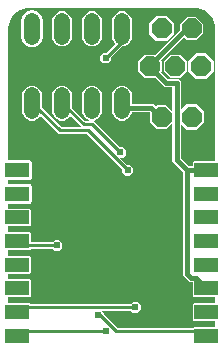
<source format=gtl>
G04 EAGLE Gerber RS-274X export*
G75*
%MOMM*%
%FSLAX34Y34*%
%LPD*%
%INTop Copper*%
%IPPOS*%
%AMOC8*
5,1,8,0,0,1.08239X$1,22.5*%
G01*
%ADD10C,1.320800*%
%ADD11P,1.814519X8X202.500000*%
%ADD12P,1.814519X8X22.500000*%
%ADD13R,2.000000X1.200000*%
%ADD14C,0.254000*%
%ADD15C,0.609600*%
%ADD16C,0.406400*%

G36*
X148481Y131544D02*
X148481Y131544D01*
X148480Y131544D01*
X148481Y131544D01*
X148481Y131629D01*
X149371Y132519D01*
X167460Y132519D01*
X167465Y132524D01*
X167464Y132524D01*
X167465Y132524D01*
X167465Y137476D01*
X167460Y137481D01*
X167460Y137480D01*
X167460Y137481D01*
X149371Y137481D01*
X148481Y138371D01*
X148481Y151629D01*
X149371Y152519D01*
X167460Y152519D01*
X167465Y152524D01*
X167464Y152524D01*
X167465Y152524D01*
X167465Y157476D01*
X167460Y157481D01*
X167460Y157480D01*
X167460Y157481D01*
X149371Y157481D01*
X148481Y158371D01*
X148481Y170194D01*
X148476Y170199D01*
X148476Y170198D01*
X148476Y170199D01*
X146029Y170199D01*
X140199Y176029D01*
X140199Y263527D01*
X140197Y263529D01*
X140197Y263531D01*
X131449Y272279D01*
X131449Y305134D01*
X131448Y305136D01*
X131448Y305137D01*
X131446Y305138D01*
X131444Y305139D01*
X131443Y305138D01*
X131440Y305138D01*
X126401Y300099D01*
X118199Y300099D01*
X112399Y305899D01*
X112399Y313827D01*
X112397Y313829D01*
X112397Y313831D01*
X112281Y313947D01*
X112278Y313948D01*
X112277Y313949D01*
X96928Y313949D01*
X96923Y313944D01*
X96924Y313944D01*
X96923Y313944D01*
X96923Y313484D01*
X95687Y310499D01*
X93401Y308213D01*
X90416Y306977D01*
X87184Y306977D01*
X84199Y308213D01*
X81913Y310499D01*
X80677Y313484D01*
X80677Y329924D01*
X81913Y332909D01*
X84199Y335195D01*
X87184Y336431D01*
X90416Y336431D01*
X93401Y335195D01*
X95687Y332909D01*
X96923Y329924D01*
X96923Y321056D01*
X96928Y321051D01*
X96928Y321052D01*
X96928Y321051D01*
X115221Y321051D01*
X117281Y318991D01*
X117284Y318991D01*
X117284Y318990D01*
X117286Y318990D01*
X117288Y318990D01*
X117288Y318991D01*
X118199Y319901D01*
X126401Y319901D01*
X131440Y314862D01*
X131442Y314862D01*
X131443Y314861D01*
X131445Y314862D01*
X131447Y314862D01*
X131447Y314864D01*
X131449Y314866D01*
X131449Y335194D01*
X131444Y335199D01*
X131444Y335198D01*
X131444Y335199D01*
X124779Y335199D01*
X116699Y343279D01*
X116692Y343280D01*
X116692Y343279D01*
X116511Y343099D01*
X108309Y343099D01*
X102509Y348899D01*
X102509Y357101D01*
X108309Y362901D01*
X116511Y362901D01*
X116567Y362846D01*
X116569Y362846D01*
X116570Y362844D01*
X116571Y362845D01*
X116573Y362845D01*
X116573Y362846D01*
X116574Y362846D01*
X137797Y384069D01*
X137798Y384072D01*
X137799Y384073D01*
X137799Y389101D01*
X143599Y394901D01*
X151801Y394901D01*
X157601Y389101D01*
X157601Y380899D01*
X151801Y375099D01*
X143599Y375099D01*
X141238Y377459D01*
X141232Y377460D01*
X141232Y377459D01*
X141231Y377459D01*
X121596Y357824D01*
X121596Y357822D01*
X121595Y357822D01*
X121596Y357821D01*
X121595Y357817D01*
X121596Y357817D01*
X122311Y357101D01*
X122311Y348899D01*
X121721Y348308D01*
X121721Y348307D01*
X121720Y348306D01*
X121721Y348306D01*
X121720Y348302D01*
X121721Y348302D01*
X121721Y348301D01*
X127719Y342303D01*
X127722Y342302D01*
X127723Y342301D01*
X136471Y342301D01*
X138551Y340221D01*
X138551Y316302D01*
X138552Y316301D01*
X138552Y316299D01*
X138554Y316299D01*
X138556Y316297D01*
X138557Y316299D01*
X138560Y316299D01*
X143178Y320917D01*
X147695Y320917D01*
X147695Y310000D01*
X147695Y299083D01*
X143178Y299083D01*
X138560Y303701D01*
X138558Y303701D01*
X138557Y303703D01*
X138555Y303701D01*
X138553Y303702D01*
X138553Y303699D01*
X138551Y303698D01*
X138551Y275223D01*
X138553Y275221D01*
X138553Y275219D01*
X145219Y268553D01*
X145222Y268553D01*
X145222Y268552D01*
X145223Y268551D01*
X148476Y268551D01*
X148481Y268556D01*
X148480Y268556D01*
X148481Y268556D01*
X148481Y271629D01*
X149371Y272519D01*
X167460Y272519D01*
X167465Y272524D01*
X167464Y272524D01*
X167465Y272524D01*
X167465Y385000D01*
X167250Y387732D01*
X167249Y387732D01*
X167250Y387733D01*
X165562Y392928D01*
X165561Y392929D01*
X165561Y392930D01*
X162350Y397349D01*
X162349Y397349D01*
X162349Y397350D01*
X157930Y400561D01*
X157928Y400561D01*
X157928Y400562D01*
X152733Y402250D01*
X152732Y402249D01*
X152732Y402250D01*
X150000Y402465D01*
X10000Y402465D01*
X9999Y402465D01*
X9248Y402406D01*
X9185Y402401D01*
X8490Y402346D01*
X8427Y402341D01*
X8364Y402336D01*
X7670Y402281D01*
X7607Y402276D01*
X7268Y402250D01*
X7268Y402249D01*
X7267Y402250D01*
X2072Y400562D01*
X2071Y400561D01*
X2070Y400561D01*
X-2349Y397350D01*
X-2349Y397349D01*
X-2350Y397349D01*
X-5561Y392930D01*
X-5561Y392928D01*
X-5562Y392928D01*
X-7250Y387733D01*
X-7249Y387732D01*
X-7250Y387732D01*
X-7262Y387580D01*
X-7262Y387579D01*
X-7263Y387570D01*
X-7275Y387406D01*
X-7276Y387406D01*
X-7288Y387242D01*
X-7289Y387232D01*
X-7302Y387068D01*
X-7303Y387058D01*
X-7316Y386894D01*
X-7329Y386730D01*
X-7329Y386720D01*
X-7342Y386556D01*
X-7343Y386546D01*
X-7356Y386382D01*
X-7369Y386218D01*
X-7370Y386208D01*
X-7383Y386044D01*
X-7383Y386034D01*
X-7396Y385870D01*
X-7409Y385706D01*
X-7410Y385696D01*
X-7423Y385532D01*
X-7424Y385522D01*
X-7436Y385368D01*
X-7437Y385358D01*
X-7450Y385195D01*
X-7450Y385194D01*
X-7450Y385185D01*
X-7463Y385021D01*
X-7464Y385011D01*
X-7465Y385001D01*
X-7465Y385000D01*
X-7465Y273540D01*
X-7460Y273535D01*
X-7460Y273536D01*
X-7460Y273535D01*
X-5Y273535D01*
X-5Y265000D01*
X-5Y256465D01*
X-7460Y256465D01*
X-7465Y256460D01*
X-7464Y256460D01*
X-7465Y256460D01*
X-7465Y253540D01*
X-7460Y253535D01*
X-7460Y253536D01*
X-7460Y253535D01*
X-5Y253535D01*
X-5Y245000D01*
X-5Y236465D01*
X-7460Y236465D01*
X-7465Y236460D01*
X-7465Y232524D01*
X-7460Y232519D01*
X-7460Y232520D01*
X-7460Y232519D01*
X10629Y232519D01*
X11519Y231629D01*
X11519Y218371D01*
X10629Y217481D01*
X-7460Y217481D01*
X-7465Y217476D01*
X-7464Y217476D01*
X-7465Y217476D01*
X-7465Y212524D01*
X-7460Y212519D01*
X-7460Y212520D01*
X-7460Y212519D01*
X10629Y212519D01*
X11519Y211629D01*
X11519Y204044D01*
X11524Y204039D01*
X11524Y204040D01*
X11524Y204039D01*
X30078Y204039D01*
X30080Y204041D01*
X30082Y204041D01*
X31858Y205817D01*
X35642Y205817D01*
X38317Y203142D01*
X38317Y199358D01*
X35642Y196683D01*
X31858Y196683D01*
X30082Y198459D01*
X30079Y198460D01*
X30078Y198461D01*
X11524Y198461D01*
X11519Y198456D01*
X11520Y198456D01*
X11519Y198456D01*
X11519Y198371D01*
X10629Y197481D01*
X-7460Y197481D01*
X-7465Y197476D01*
X-7464Y197476D01*
X-7465Y197476D01*
X-7465Y192524D01*
X-7460Y192519D01*
X-7460Y192520D01*
X-7460Y192519D01*
X10629Y192519D01*
X11519Y191629D01*
X11519Y178371D01*
X10629Y177481D01*
X-7460Y177481D01*
X-7465Y177476D01*
X-7464Y177476D01*
X-7465Y177476D01*
X-7465Y172524D01*
X-7460Y172519D01*
X-7460Y172520D01*
X-7460Y172519D01*
X10629Y172519D01*
X11519Y171629D01*
X11519Y158371D01*
X10629Y157481D01*
X-7460Y157481D01*
X-7465Y157476D01*
X-7464Y157476D01*
X-7465Y157476D01*
X-7465Y152524D01*
X-7460Y152519D01*
X-7460Y152520D01*
X-7460Y152519D01*
X10629Y152519D01*
X11519Y151629D01*
X11519Y151544D01*
X11524Y151539D01*
X11524Y151540D01*
X11524Y151539D01*
X96328Y151539D01*
X96330Y151541D01*
X96332Y151541D01*
X98108Y153317D01*
X101892Y153317D01*
X104567Y150642D01*
X104567Y146858D01*
X101892Y144183D01*
X98108Y144183D01*
X96332Y145959D01*
X96329Y145960D01*
X96328Y145961D01*
X71760Y145961D01*
X71759Y145960D01*
X71757Y145960D01*
X71757Y145958D01*
X71755Y145956D01*
X71757Y145955D01*
X71757Y145952D01*
X73317Y144392D01*
X73317Y143129D01*
X73319Y143128D01*
X73319Y143126D01*
X84904Y131541D01*
X84906Y131540D01*
X84907Y131539D01*
X148476Y131539D01*
X148481Y131544D01*
G37*
%LPC*%
G36*
X91858Y260433D02*
X91858Y260433D01*
X89183Y263108D01*
X89183Y265621D01*
X89181Y265622D01*
X89181Y265624D01*
X58846Y295959D01*
X58844Y295959D01*
X58843Y295960D01*
X58843Y295961D01*
X35095Y295961D01*
X19805Y311250D01*
X19804Y311250D01*
X19804Y311251D01*
X19802Y311250D01*
X19799Y311251D01*
X19799Y311249D01*
X19797Y311249D01*
X19487Y310499D01*
X17201Y308213D01*
X14216Y306977D01*
X10984Y306977D01*
X7999Y308213D01*
X5713Y310499D01*
X4477Y313484D01*
X4477Y329924D01*
X5713Y332909D01*
X7999Y335195D01*
X10984Y336431D01*
X14216Y336431D01*
X17201Y335195D01*
X19487Y332909D01*
X20723Y329924D01*
X20723Y318223D01*
X20725Y318222D01*
X20725Y318220D01*
X37404Y301541D01*
X37406Y301540D01*
X37407Y301540D01*
X37407Y301539D01*
X54504Y301539D01*
X54506Y301540D01*
X54507Y301540D01*
X54507Y301542D01*
X54509Y301544D01*
X54508Y301545D01*
X54508Y301548D01*
X45088Y310967D01*
X45087Y310967D01*
X45087Y310968D01*
X45085Y310968D01*
X45082Y310968D01*
X45081Y310966D01*
X45080Y310966D01*
X44887Y310499D01*
X42601Y308213D01*
X39616Y306977D01*
X36384Y306977D01*
X33399Y308213D01*
X31113Y310499D01*
X29877Y313484D01*
X29877Y329924D01*
X31113Y332909D01*
X33399Y335195D01*
X36384Y336431D01*
X39616Y336431D01*
X42601Y335195D01*
X44887Y332909D01*
X46123Y329924D01*
X46123Y317823D01*
X46125Y317822D01*
X46125Y317820D01*
X57404Y306541D01*
X57406Y306540D01*
X57407Y306539D01*
X64905Y306539D01*
X86876Y284569D01*
X86878Y284568D01*
X86879Y284567D01*
X89392Y284567D01*
X92067Y281892D01*
X92067Y278108D01*
X89392Y275433D01*
X87274Y275433D01*
X87272Y275432D01*
X87271Y275432D01*
X87271Y275430D01*
X87269Y275428D01*
X87270Y275427D01*
X87270Y275424D01*
X93126Y269569D01*
X93128Y269568D01*
X93129Y269567D01*
X95642Y269567D01*
X98317Y266892D01*
X98317Y263108D01*
X95642Y260433D01*
X91858Y260433D01*
G37*
%LPD*%
%LPC*%
G36*
X73108Y355433D02*
X73108Y355433D01*
X70433Y358108D01*
X70433Y361892D01*
X73108Y364567D01*
X75621Y364567D01*
X75622Y364569D01*
X75624Y364569D01*
X83226Y372171D01*
X83227Y372177D01*
X83226Y372177D01*
X83226Y372178D01*
X81913Y373491D01*
X80677Y376476D01*
X80677Y392916D01*
X81913Y395901D01*
X84199Y398187D01*
X87184Y399423D01*
X90416Y399423D01*
X93401Y398187D01*
X95687Y395901D01*
X96923Y392916D01*
X96923Y376476D01*
X95687Y373491D01*
X93401Y371205D01*
X90416Y369969D01*
X88915Y369969D01*
X88914Y369967D01*
X88912Y369967D01*
X79569Y360624D01*
X79568Y360622D01*
X79567Y360621D01*
X79567Y358108D01*
X76892Y355433D01*
X73108Y355433D01*
G37*
%LPD*%
%LPC*%
G36*
X61784Y369969D02*
X61784Y369969D01*
X58799Y371205D01*
X56513Y373491D01*
X55277Y376476D01*
X55277Y392916D01*
X56513Y395901D01*
X58799Y398187D01*
X61784Y399423D01*
X65016Y399423D01*
X68001Y398187D01*
X70287Y395901D01*
X71523Y392916D01*
X71523Y376476D01*
X70287Y373491D01*
X68001Y371205D01*
X65016Y369969D01*
X61784Y369969D01*
G37*
%LPD*%
%LPC*%
G36*
X36384Y369969D02*
X36384Y369969D01*
X33399Y371205D01*
X31113Y373491D01*
X29877Y376476D01*
X29877Y392916D01*
X31113Y395901D01*
X33399Y398187D01*
X36384Y399423D01*
X39616Y399423D01*
X42601Y398187D01*
X44887Y395901D01*
X46123Y392916D01*
X46123Y376476D01*
X44887Y373491D01*
X42601Y371205D01*
X39616Y369969D01*
X36384Y369969D01*
G37*
%LPD*%
%LPC*%
G36*
X61784Y306977D02*
X61784Y306977D01*
X58799Y308213D01*
X56513Y310499D01*
X55277Y313484D01*
X55277Y329924D01*
X56513Y332909D01*
X58799Y335195D01*
X61784Y336431D01*
X65016Y336431D01*
X68001Y335195D01*
X70287Y332909D01*
X71523Y329924D01*
X71523Y313484D01*
X70287Y310499D01*
X68001Y308213D01*
X65016Y306977D01*
X61784Y306977D01*
G37*
%LPD*%
%LPC*%
G36*
X129899Y343099D02*
X129899Y343099D01*
X124099Y348899D01*
X124099Y357101D01*
X129899Y362901D01*
X138101Y362901D01*
X143901Y357101D01*
X143901Y348899D01*
X138101Y343099D01*
X129899Y343099D01*
G37*
%LPD*%
%LPC*%
G36*
X12605Y391295D02*
X12605Y391295D01*
X21739Y391295D01*
X21739Y377192D01*
X21735Y377170D01*
X21732Y377155D01*
X21727Y377130D01*
X21724Y377115D01*
X21721Y377100D01*
X21719Y377090D01*
X21716Y377076D01*
X21713Y377061D01*
X21711Y377051D01*
X21708Y377036D01*
X21705Y377021D01*
X21703Y377011D01*
X21700Y376996D01*
X21697Y376981D01*
X21692Y376956D01*
X21689Y376941D01*
X21684Y376917D01*
X21681Y376902D01*
X21677Y376877D01*
X21674Y376862D01*
X21671Y376847D01*
X21669Y376837D01*
X21666Y376822D01*
X21663Y376807D01*
X21661Y376797D01*
X21658Y376782D01*
X21655Y376768D01*
X21655Y376767D01*
X21653Y376758D01*
X21650Y376743D01*
X21647Y376728D01*
X21642Y376703D01*
X21639Y376688D01*
X21634Y376663D01*
X21631Y376648D01*
X21626Y376623D01*
X21623Y376609D01*
X21623Y376608D01*
X21620Y376594D01*
X21618Y376584D01*
X21615Y376569D01*
X21612Y376554D01*
X21610Y376544D01*
X21607Y376529D01*
X21604Y376514D01*
X21602Y376504D01*
X21599Y376489D01*
X21596Y376474D01*
X21592Y376450D01*
X21592Y376449D01*
X21589Y376435D01*
X21584Y376410D01*
X21581Y376395D01*
X21576Y376370D01*
X21573Y376355D01*
X21568Y376330D01*
X21565Y376315D01*
X21562Y376300D01*
X21560Y376291D01*
X21560Y376290D01*
X21557Y376276D01*
X21554Y376261D01*
X21552Y376251D01*
X21549Y376236D01*
X21546Y376221D01*
X21544Y376211D01*
X21541Y376196D01*
X21538Y376181D01*
X21533Y376156D01*
X21530Y376141D01*
X21525Y376117D01*
X21522Y376102D01*
X21517Y376077D01*
X21514Y376062D01*
X21511Y376047D01*
X21510Y376037D01*
X21509Y376037D01*
X21507Y376022D01*
X21504Y376007D01*
X21502Y375997D01*
X21499Y375982D01*
X21496Y375968D01*
X21496Y375967D01*
X21494Y375958D01*
X21491Y375943D01*
X21488Y375928D01*
X21483Y375903D01*
X21480Y375888D01*
X21475Y375863D01*
X21472Y375848D01*
X21467Y375823D01*
X21464Y375809D01*
X21464Y375808D01*
X21459Y375784D01*
X21456Y375769D01*
X21453Y375754D01*
X21451Y375744D01*
X21448Y375729D01*
X21445Y375714D01*
X21443Y375704D01*
X21440Y375689D01*
X21437Y375674D01*
X21435Y375664D01*
X21432Y375650D01*
X21432Y375649D01*
X21429Y375635D01*
X21425Y375610D01*
X21424Y375610D01*
X21422Y375595D01*
X21417Y375570D01*
X21414Y375555D01*
X21409Y375530D01*
X21406Y375515D01*
X21403Y375500D01*
X21401Y375491D01*
X21401Y375490D01*
X21398Y375476D01*
X21395Y375461D01*
X21393Y375451D01*
X21390Y375436D01*
X21388Y375426D01*
X20699Y373763D01*
X19699Y372266D01*
X18426Y370993D01*
X16929Y369993D01*
X15266Y369304D01*
X13500Y368953D01*
X12605Y368953D01*
X12605Y391295D01*
G37*
%LPD*%
%LPC*%
G36*
X11700Y368953D02*
X11700Y368953D01*
X9934Y369304D01*
X8271Y369993D01*
X6774Y370993D01*
X5501Y372266D01*
X4501Y373763D01*
X3812Y375426D01*
X3461Y377192D01*
X3461Y391295D01*
X12595Y391295D01*
X12595Y368953D01*
X11700Y368953D01*
G37*
%LPD*%
%LPC*%
G36*
X5Y265005D02*
X5Y265005D01*
X5Y273535D01*
X10504Y273535D01*
X11436Y273149D01*
X12149Y272436D01*
X12535Y271504D01*
X12535Y265005D01*
X5Y265005D01*
G37*
%LPD*%
%LPC*%
G36*
X5Y245005D02*
X5Y245005D01*
X5Y253535D01*
X10504Y253535D01*
X11436Y253149D01*
X12149Y252436D01*
X12535Y251504D01*
X12535Y245005D01*
X5Y245005D01*
G37*
%LPD*%
%LPC*%
G36*
X5Y256465D02*
X5Y256465D01*
X5Y264995D01*
X12535Y264995D01*
X12535Y258496D01*
X12149Y257564D01*
X11436Y256851D01*
X10504Y256465D01*
X5Y256465D01*
G37*
%LPD*%
%LPC*%
G36*
X5Y236465D02*
X5Y236465D01*
X5Y244995D01*
X12535Y244995D01*
X12535Y238496D01*
X12149Y237564D01*
X11436Y236851D01*
X10504Y236465D01*
X5Y236465D01*
G37*
%LPD*%
%LPC*%
G36*
X111383Y385005D02*
X111383Y385005D01*
X111383Y389522D01*
X117778Y395917D01*
X122295Y395917D01*
X122295Y385005D01*
X111383Y385005D01*
G37*
%LPD*%
%LPC*%
G36*
X144673Y353005D02*
X144673Y353005D01*
X144673Y357522D01*
X151068Y363917D01*
X155585Y363917D01*
X155585Y353005D01*
X144673Y353005D01*
G37*
%LPD*%
%LPC*%
G36*
X122305Y385005D02*
X122305Y385005D01*
X122305Y395917D01*
X126822Y395917D01*
X133217Y389522D01*
X133217Y385005D01*
X122305Y385005D01*
G37*
%LPD*%
%LPC*%
G36*
X155595Y353005D02*
X155595Y353005D01*
X155595Y363917D01*
X160112Y363917D01*
X166507Y357522D01*
X166507Y353005D01*
X155595Y353005D01*
G37*
%LPD*%
%LPC*%
G36*
X147705Y310005D02*
X147705Y310005D01*
X147705Y320917D01*
X152222Y320917D01*
X158617Y314522D01*
X158617Y310005D01*
X147705Y310005D01*
G37*
%LPD*%
%LPC*%
G36*
X117778Y374083D02*
X117778Y374083D01*
X111383Y380478D01*
X111383Y384995D01*
X122295Y384995D01*
X122295Y374083D01*
X117778Y374083D01*
G37*
%LPD*%
%LPC*%
G36*
X151068Y342083D02*
X151068Y342083D01*
X144673Y348478D01*
X144673Y352995D01*
X155585Y352995D01*
X155585Y342083D01*
X151068Y342083D01*
G37*
%LPD*%
%LPC*%
G36*
X122305Y374083D02*
X122305Y374083D01*
X122305Y384995D01*
X133217Y384995D01*
X133217Y380478D01*
X126822Y374083D01*
X122305Y374083D01*
G37*
%LPD*%
%LPC*%
G36*
X155595Y342083D02*
X155595Y342083D01*
X155595Y352995D01*
X166507Y352995D01*
X166507Y348478D01*
X160112Y342083D01*
X155595Y342083D01*
G37*
%LPD*%
%LPC*%
G36*
X147705Y299083D02*
X147705Y299083D01*
X147705Y309995D01*
X158617Y309995D01*
X158617Y305478D01*
X152222Y299083D01*
X147705Y299083D01*
G37*
%LPD*%
%LPC*%
G36*
X12605Y391305D02*
X12605Y391305D01*
X12605Y400439D01*
X13500Y400439D01*
X15266Y400088D01*
X16929Y399399D01*
X18426Y398399D01*
X19699Y397126D01*
X20699Y395629D01*
X21388Y393966D01*
X21739Y392200D01*
X21739Y391305D01*
X12605Y391305D01*
G37*
%LPD*%
%LPC*%
G36*
X3461Y391305D02*
X3461Y391305D01*
X3461Y392200D01*
X3462Y392204D01*
X3465Y392219D01*
X3468Y392234D01*
X3469Y392244D01*
X3470Y392244D01*
X3472Y392259D01*
X3475Y392274D01*
X3477Y392284D01*
X3480Y392299D01*
X3483Y392313D01*
X3488Y392338D01*
X3491Y392353D01*
X3496Y392378D01*
X3499Y392393D01*
X3504Y392418D01*
X3507Y392433D01*
X3512Y392458D01*
X3515Y392472D01*
X3518Y392487D01*
X3520Y392497D01*
X3523Y392512D01*
X3526Y392527D01*
X3528Y392537D01*
X3531Y392552D01*
X3534Y392567D01*
X3536Y392577D01*
X3539Y392592D01*
X3542Y392607D01*
X3547Y392631D01*
X3550Y392646D01*
X3554Y392671D01*
X3555Y392671D01*
X3557Y392686D01*
X3562Y392711D01*
X3565Y392726D01*
X3568Y392741D01*
X3570Y392751D01*
X3573Y392766D01*
X3576Y392780D01*
X3576Y392781D01*
X3578Y392790D01*
X3581Y392805D01*
X3584Y392820D01*
X3586Y392830D01*
X3589Y392845D01*
X3592Y392860D01*
X3597Y392885D01*
X3600Y392900D01*
X3605Y392925D01*
X3608Y392939D01*
X3608Y392940D01*
X3613Y392964D01*
X3616Y392979D01*
X3621Y393004D01*
X3624Y393019D01*
X3627Y393034D01*
X3629Y393044D01*
X3632Y393059D01*
X3635Y393074D01*
X3637Y393084D01*
X3639Y393098D01*
X3640Y393099D01*
X3639Y393099D01*
X3642Y393113D01*
X3644Y393123D01*
X3647Y393138D01*
X3650Y393153D01*
X3655Y393178D01*
X3658Y393193D01*
X3663Y393218D01*
X3666Y393233D01*
X3671Y393257D01*
X3671Y393258D01*
X3674Y393272D01*
X3677Y393287D01*
X3679Y393297D01*
X3682Y393312D01*
X3685Y393327D01*
X3687Y393337D01*
X3690Y393352D01*
X3693Y393367D01*
X3695Y393377D01*
X3698Y393392D01*
X3701Y393407D01*
X3706Y393431D01*
X3709Y393446D01*
X3714Y393471D01*
X3717Y393486D01*
X3722Y393511D01*
X3724Y393526D01*
X3725Y393526D01*
X3724Y393526D01*
X3727Y393541D01*
X3729Y393551D01*
X3732Y393566D01*
X3735Y393580D01*
X3735Y393581D01*
X3737Y393590D01*
X3740Y393605D01*
X3743Y393620D01*
X3745Y393630D01*
X3748Y393645D01*
X3751Y393660D01*
X3756Y393685D01*
X3759Y393700D01*
X3764Y393725D01*
X3767Y393739D01*
X3767Y393740D01*
X3772Y393764D01*
X3775Y393779D01*
X3780Y393804D01*
X3783Y393819D01*
X3786Y393834D01*
X3788Y393844D01*
X3791Y393859D01*
X3794Y393874D01*
X3796Y393884D01*
X3799Y393898D01*
X3799Y393899D01*
X3802Y393913D01*
X3804Y393923D01*
X3807Y393938D01*
X3809Y393953D01*
X3810Y393953D01*
X3809Y393953D01*
X3812Y393966D01*
X4501Y395629D01*
X5501Y397126D01*
X6774Y398399D01*
X8271Y399399D01*
X9934Y400088D01*
X11700Y400439D01*
X12595Y400439D01*
X12595Y391305D01*
X3461Y391305D01*
G37*
%LPD*%
D10*
X88800Y391300D02*
X88800Y378092D01*
X63400Y378092D02*
X63400Y391300D01*
X38000Y391300D02*
X38000Y378092D01*
X12600Y378092D02*
X12600Y391300D01*
X12600Y328308D02*
X12600Y315100D01*
X38000Y315100D02*
X38000Y328308D01*
X63400Y328308D02*
X63400Y315100D01*
X88800Y315100D02*
X88800Y328308D01*
D11*
X155590Y353000D03*
X134000Y353000D03*
X112410Y353000D03*
X147700Y385000D03*
X122300Y385000D03*
D12*
X122300Y310000D03*
X147700Y310000D03*
D13*
X160000Y125000D03*
X160000Y145000D03*
X160000Y165000D03*
X160000Y185000D03*
X160000Y205000D03*
X160000Y225000D03*
X160000Y245000D03*
X160000Y265000D03*
X0Y265000D03*
X0Y245000D03*
X0Y225000D03*
X0Y205000D03*
X0Y185000D03*
X0Y165000D03*
X0Y145000D03*
X0Y125000D03*
D14*
X93750Y265000D02*
X60000Y298750D01*
X36250Y298750D01*
X18750Y316250D01*
X13750Y316250D01*
X12600Y315100D01*
D15*
X93750Y265000D03*
D14*
X87500Y280000D02*
X63750Y303750D01*
X56250Y303750D01*
X43750Y316250D01*
X38750Y316250D01*
X38000Y315100D01*
D15*
X87500Y280000D03*
D14*
X156250Y128750D02*
X160000Y125000D01*
X156250Y128750D02*
X83750Y128750D01*
X70000Y142500D01*
X68750Y142500D01*
D15*
X68750Y142500D03*
D14*
X75000Y360000D02*
X88750Y373750D01*
X88750Y391250D01*
X88800Y391300D01*
D15*
X75000Y360000D03*
D14*
X3750Y128750D02*
X0Y125000D01*
X3750Y128750D02*
X75000Y128750D01*
D15*
X75000Y128750D03*
D14*
X3750Y148750D02*
X0Y145000D01*
X3750Y148750D02*
X100000Y148750D01*
D15*
X100000Y148750D03*
D16*
X121250Y310000D02*
X113750Y317500D01*
X91250Y317500D01*
X90000Y316250D01*
X121250Y310000D02*
X122300Y310000D01*
X90000Y316250D02*
X88800Y315100D01*
X151250Y173750D02*
X160000Y165000D01*
X151250Y173750D02*
X147500Y173750D01*
X143750Y177500D01*
X143750Y265000D01*
X160000Y265000D01*
X112500Y353750D02*
X143750Y385000D01*
X147700Y385000D01*
X112500Y353750D02*
X112410Y353000D01*
X135000Y273750D02*
X143750Y265000D01*
X135000Y273750D02*
X135000Y338750D01*
X126250Y338750D01*
X113750Y351250D01*
X112500Y351250D01*
X112410Y353000D01*
D14*
X0Y205000D02*
X3750Y201250D01*
X33750Y201250D01*
D15*
X33750Y201250D03*
M02*

</source>
